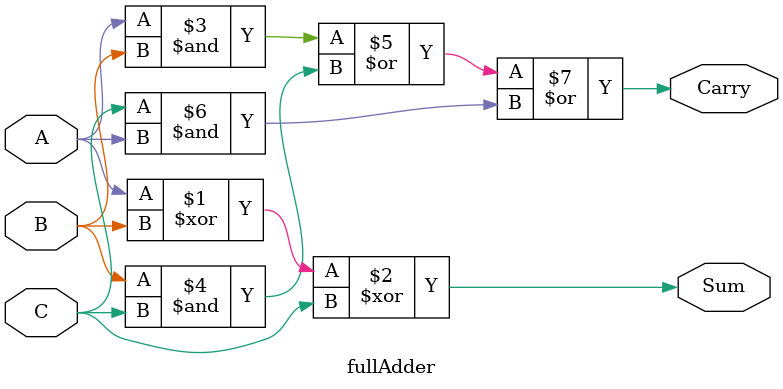
<source format=v>
`timescale 1ns / 1ps


module binary_adder_subtractor(
    input [3:0] A,
    input [3:0] B,
    input a_s,
    input Cin,
    output [3:0] Out,
    //output [3:0] Carry_Borrow
    output C4
    );
    wire C1, C2, C3;
    wire [3:0] Z; //reg [3:0] Z;
  
    //when as = 0 then add
    // when as=1 then sub
    
    xor G1 (Z[0], B[0], a_s);
    xor G2 (Z[1], B[1], a_s);
    xor G3 (Z[2], B[2], a_s);
    xor G4 (Z[3], B[3], a_s);
        
    fullAdder fa0(A[0], Z[0], Cin, Out[0], C1);
    fullAdder fa1(A[1], Z[1], C1, Out[1], C2);
    fullAdder fa2(A[2], Z[2], C2, Out[2], C3);
    fullAdder fa3(A[3], Z[3], C3, Out[3], C4);  
    
    
endmodule
//module rca(
//    input 
//    );

//endmodule

module fullAdder (
    input A,
    input B,
    input C,
    output Sum, 
    output Carry);
    
    assign Sum = A^B^C;
    assign Carry= (A&B)|(B&C)|(C&A);
endmodule
</source>
